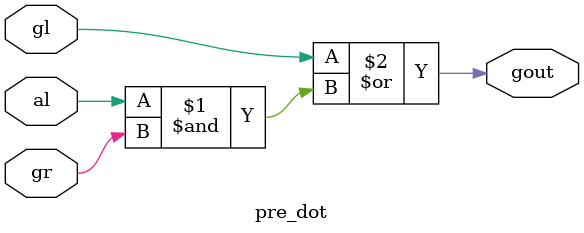
<source format=v>
module pre_dot(gl,al,gr,gout);

input gl,al,gr;
output gout;

assign gout=gl|(al&gr);

endmodule

</source>
